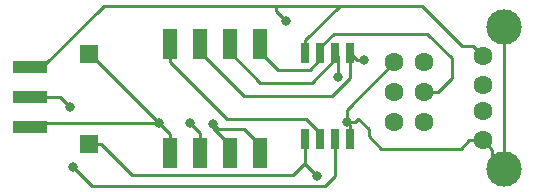
<source format=gbr>
G04 #@! TF.GenerationSoftware,KiCad,Pcbnew,5.0.2+dfsg1-1~bpo9+1*
G04 #@! TF.CreationDate,2021-01-31T11:02:44+00:00*
G04 #@! TF.ProjectId,attiny85_dipswitch_breakout,61747469-6e79-4383-955f-646970737769,rev?*
G04 #@! TF.SameCoordinates,Original*
G04 #@! TF.FileFunction,Copper,L1,Top*
G04 #@! TF.FilePolarity,Positive*
%FSLAX46Y46*%
G04 Gerber Fmt 4.6, Leading zero omitted, Abs format (unit mm)*
G04 Created by KiCad (PCBNEW 5.0.2+dfsg1-1~bpo9+1) date Sun 31 Jan 2021 11:02:44 GMT*
%MOMM*%
%LPD*%
G01*
G04 APERTURE LIST*
G04 #@! TA.AperFunction,SMDPad,CuDef*
%ADD10R,1.150000X2.500000*%
G04 #@! TD*
G04 #@! TA.AperFunction,ComponentPad*
%ADD11C,1.600000*%
G04 #@! TD*
G04 #@! TA.AperFunction,ComponentPad*
%ADD12C,3.000000*%
G04 #@! TD*
G04 #@! TA.AperFunction,SMDPad,CuDef*
%ADD13R,0.650000X1.700000*%
G04 #@! TD*
G04 #@! TA.AperFunction,SMDPad,CuDef*
%ADD14R,1.524000X1.524000*%
G04 #@! TD*
G04 #@! TA.AperFunction,SMDPad,CuDef*
%ADD15R,3.000000X1.000000*%
G04 #@! TD*
G04 #@! TA.AperFunction,ViaPad*
%ADD16C,0.800000*%
G04 #@! TD*
G04 #@! TA.AperFunction,Conductor*
%ADD17C,0.250000*%
G04 #@! TD*
G04 APERTURE END LIST*
D10*
G04 #@! TO.P,U3,1*
G04 #@! TO.N,Net-(D1-Pad3)*
X141132700Y-83160100D03*
G04 #@! TO.P,U3,2*
X138580000Y-83160100D03*
G04 #@! TO.P,U3,3*
X136045080Y-83160100D03*
G04 #@! TO.P,U3,4*
X133502540Y-83160100D03*
G04 #@! TO.P,U3,5*
G04 #@! TO.N,Net-(U1-Pad2)*
X133502540Y-73942440D03*
G04 #@! TO.P,U3,6*
G04 #@! TO.N,Net-(J2-Pad4)*
X136040000Y-73942440D03*
G04 #@! TO.P,U3,7*
G04 #@! TO.N,Net-(J2-Pad1)*
X138580000Y-73942440D03*
G04 #@! TO.P,U3,8*
G04 #@! TO.N,Net-(J2-Pad3)*
X141120000Y-73942440D03*
G04 #@! TD*
D11*
G04 #@! TO.P,J1,1*
G04 #@! TO.N,Net-(D1-Pad1)*
X160010000Y-74958600D03*
G04 #@! TO.P,J1,2*
G04 #@! TO.N,Net-(J1-Pad2)*
X160010000Y-77422400D03*
G04 #@! TO.P,J1,3*
G04 #@! TO.N,Net-(J1-Pad3)*
X160010000Y-79657600D03*
G04 #@! TO.P,J1,4*
G04 #@! TO.N,Net-(D1-Pad3)*
X160010000Y-82121400D03*
D12*
X161803240Y-84559800D03*
X161808320Y-72545600D03*
G04 #@! TD*
D13*
G04 #@! TO.P,U1,1*
G04 #@! TO.N,Net-(J2-Pad5)*
X144983200Y-82034400D03*
G04 #@! TO.P,U1,2*
G04 #@! TO.N,Net-(U1-Pad2)*
X146253200Y-82034400D03*
G04 #@! TO.P,U1,3*
G04 #@! TO.N,Net-(D1-Pad4)*
X147523200Y-82034400D03*
G04 #@! TO.P,U1,4*
G04 #@! TO.N,Net-(D1-Pad3)*
X148793200Y-82034400D03*
G04 #@! TO.P,U1,5*
G04 #@! TO.N,Net-(J2-Pad4)*
X148793200Y-74734400D03*
G04 #@! TO.P,U1,6*
G04 #@! TO.N,Net-(J2-Pad1)*
X147523200Y-74734400D03*
G04 #@! TO.P,U1,7*
G04 #@! TO.N,Net-(J2-Pad3)*
X146253200Y-74734400D03*
G04 #@! TO.P,U1,8*
G04 #@! TO.N,Net-(D1-Pad1)*
X144983200Y-74734400D03*
G04 #@! TD*
D14*
G04 #@! TO.P,SW1,1*
G04 #@! TO.N,Net-(D1-Pad3)*
X126660000Y-74820000D03*
G04 #@! TO.P,SW1,2*
G04 #@! TO.N,Net-(J2-Pad5)*
X126660000Y-82440000D03*
G04 #@! TD*
D11*
G04 #@! TO.P,J2,5*
G04 #@! TO.N,Net-(J2-Pad5)*
X155050000Y-75520000D03*
G04 #@! TO.P,J2,3*
G04 #@! TO.N,Net-(J2-Pad3)*
X155050000Y-78060000D03*
G04 #@! TO.P,J2,4*
G04 #@! TO.N,Net-(J2-Pad4)*
X152510000Y-78060000D03*
G04 #@! TO.P,J2,6*
G04 #@! TO.N,Net-(D1-Pad3)*
X152510000Y-75520000D03*
G04 #@! TO.P,J2,1*
G04 #@! TO.N,Net-(J2-Pad1)*
X155050000Y-80600000D03*
G04 #@! TO.P,J2,2*
G04 #@! TO.N,Net-(D1-Pad1)*
X152510000Y-80600000D03*
G04 #@! TD*
D15*
G04 #@! TO.P,D1,3*
G04 #@! TO.N,Net-(D1-Pad3)*
X121710000Y-81020000D03*
G04 #@! TO.P,D1,4*
G04 #@! TO.N,Net-(D1-Pad4)*
X121710000Y-78480000D03*
G04 #@! TO.P,D1,1*
G04 #@! TO.N,Net-(D1-Pad1)*
X121710000Y-75940000D03*
G04 #@! TD*
D16*
G04 #@! TO.N,Net-(D1-Pad4)*
X125310000Y-84360000D03*
X125040000Y-79290000D03*
G04 #@! TO.N,Net-(D1-Pad1)*
X143350000Y-72010000D03*
G04 #@! TO.N,Net-(D1-Pad3)*
X148520000Y-80580000D03*
X132560000Y-80610000D03*
X135260000Y-80670000D03*
X137200000Y-80730000D03*
G04 #@! TO.N,Net-(J2-Pad5)*
X146000000Y-85130000D03*
G04 #@! TO.N,Net-(J2-Pad4)*
X149960000Y-75330000D03*
G04 #@! TO.N,Net-(J2-Pad1)*
X147760000Y-76730000D03*
G04 #@! TD*
D17*
G04 #@! TO.N,Net-(D1-Pad4)*
X147523200Y-82034400D02*
X147523200Y-85096800D01*
X146644999Y-85975001D02*
X126945001Y-85975001D01*
X147523200Y-85096800D02*
X146644999Y-85975001D01*
X125330000Y-84360000D02*
X125310000Y-84360000D01*
X126945001Y-85975001D02*
X125330000Y-84360000D01*
X124230000Y-78480000D02*
X121710000Y-78480000D01*
X125040000Y-79290000D02*
X124230000Y-78480000D01*
G04 #@! TO.N,Net-(D1-Pad1)*
X147899000Y-70718600D02*
X147930000Y-70718600D01*
X144983200Y-73634400D02*
X147899000Y-70718600D01*
X144983200Y-74734400D02*
X144983200Y-73634400D01*
X142520000Y-71180000D02*
X142520000Y-70718600D01*
X143350000Y-72010000D02*
X142520000Y-71180000D01*
X159210001Y-74158601D02*
X158288601Y-74158601D01*
X160010000Y-74958600D02*
X159210001Y-74158601D01*
X158288601Y-74158601D02*
X154848600Y-70718600D01*
X147600000Y-70718600D02*
X147930000Y-70718600D01*
X154848600Y-70718600D02*
X147600000Y-70718600D01*
X121710000Y-75940000D02*
X122710000Y-75940000D01*
X142520000Y-70718600D02*
X142960000Y-70718600D01*
X127931400Y-70718600D02*
X142960000Y-70718600D01*
X122710000Y-75940000D02*
X127931400Y-70718600D01*
X142960000Y-70718600D02*
X147600000Y-70718600D01*
G04 #@! TO.N,Net-(U1-Pad2)*
X133502540Y-75442440D02*
X138380100Y-80320000D01*
X133502540Y-73942440D02*
X133502540Y-75442440D01*
X146253200Y-81509400D02*
X146253200Y-82034400D01*
X145063800Y-80320000D02*
X146253200Y-81509400D01*
X138380100Y-80320000D02*
X145063800Y-80320000D01*
G04 #@! TO.N,Net-(D1-Pad3)*
X148793200Y-80853200D02*
X148520000Y-80580000D01*
X148793200Y-82034400D02*
X148793200Y-80853200D01*
X133502540Y-81552540D02*
X132560000Y-80610000D01*
X133502540Y-83160100D02*
X133502540Y-81552540D01*
X136045080Y-81455080D02*
X135260000Y-80670000D01*
X136045080Y-83160100D02*
X136045080Y-81455080D01*
X137200000Y-81105100D02*
X137200000Y-80730000D01*
X138580000Y-82485100D02*
X137200000Y-81105100D01*
X138580000Y-83160100D02*
X138580000Y-82485100D01*
X141132700Y-82485100D02*
X139810000Y-81162400D01*
X141132700Y-83160100D02*
X141132700Y-82485100D01*
X137632400Y-81162400D02*
X137200000Y-80730000D01*
X139810000Y-81162400D02*
X137632400Y-81162400D01*
X148520000Y-79510000D02*
X148520000Y-80580000D01*
X152510000Y-75520000D02*
X148520000Y-79510000D01*
X158878630Y-82121400D02*
X158160030Y-82840000D01*
X160010000Y-82121400D02*
X158878630Y-82121400D01*
X158160030Y-82840000D02*
X151410000Y-82840000D01*
X151410000Y-82840000D02*
X150340000Y-81770000D01*
X150340000Y-81770000D02*
X150340000Y-81170000D01*
X150340000Y-81170000D02*
X149450000Y-80280000D01*
X149150000Y-80580000D02*
X148520000Y-80580000D01*
X149450000Y-80280000D02*
X149150000Y-80580000D01*
X161803240Y-72550680D02*
X161808320Y-72545600D01*
X161803240Y-84559800D02*
X161803240Y-72550680D01*
X160809999Y-83566559D02*
X161803240Y-84559800D01*
X160809999Y-82921399D02*
X160809999Y-83566559D01*
X160010000Y-82121400D02*
X160809999Y-82921399D01*
X126770000Y-74820000D02*
X126660000Y-74820000D01*
X132560000Y-80610000D02*
X126770000Y-74820000D01*
X122120000Y-80610000D02*
X121710000Y-81020000D01*
X132560000Y-80610000D02*
X122120000Y-80610000D01*
G04 #@! TO.N,Net-(J2-Pad5)*
X127672000Y-82440000D02*
X130302000Y-85070000D01*
X126660000Y-82440000D02*
X127672000Y-82440000D01*
X130302000Y-85070000D02*
X143970000Y-85070000D01*
X144983200Y-84056800D02*
X144983200Y-82034400D01*
X143970000Y-85070000D02*
X144983200Y-84056800D01*
X144983200Y-84113200D02*
X146000000Y-85130000D01*
X144983200Y-84056800D02*
X144983200Y-84113200D01*
G04 #@! TO.N,Net-(J2-Pad3)*
X141120000Y-74617440D02*
X142652560Y-76150000D01*
X141120000Y-73942440D02*
X141120000Y-74617440D01*
X146253200Y-75259400D02*
X146253200Y-74734400D01*
X145362600Y-76150000D02*
X146253200Y-75259400D01*
X142652560Y-76150000D02*
X145362600Y-76150000D01*
X156181370Y-78060000D02*
X157380000Y-76861370D01*
X155050000Y-78060000D02*
X156181370Y-78060000D01*
X157380000Y-76861370D02*
X157380000Y-75170000D01*
X157380000Y-75170000D02*
X155290000Y-73080000D01*
X146253200Y-74209400D02*
X146253200Y-74734400D01*
X147382600Y-73080000D02*
X146253200Y-74209400D01*
X155290000Y-73080000D02*
X147382600Y-73080000D01*
G04 #@! TO.N,Net-(J2-Pad4)*
X136040000Y-74617440D02*
X139822560Y-78400000D01*
X136040000Y-73942440D02*
X136040000Y-74617440D01*
X139822560Y-78400000D02*
X147230000Y-78400000D01*
X148793200Y-76836800D02*
X148793200Y-74734400D01*
X147230000Y-78400000D02*
X148793200Y-76836800D01*
X149388800Y-75330000D02*
X148793200Y-74734400D01*
X149960000Y-75330000D02*
X149388800Y-75330000D01*
G04 #@! TO.N,Net-(J2-Pad1)*
X138580000Y-74617440D02*
X141182560Y-77220000D01*
X138580000Y-73942440D02*
X138580000Y-74617440D01*
X147523200Y-75259400D02*
X147523200Y-74734400D01*
X145562600Y-77220000D02*
X147523200Y-75259400D01*
X141182560Y-77220000D02*
X145562600Y-77220000D01*
X147760000Y-74971200D02*
X147523200Y-74734400D01*
X147760000Y-76730000D02*
X147760000Y-74971200D01*
G04 #@! TD*
M02*

</source>
